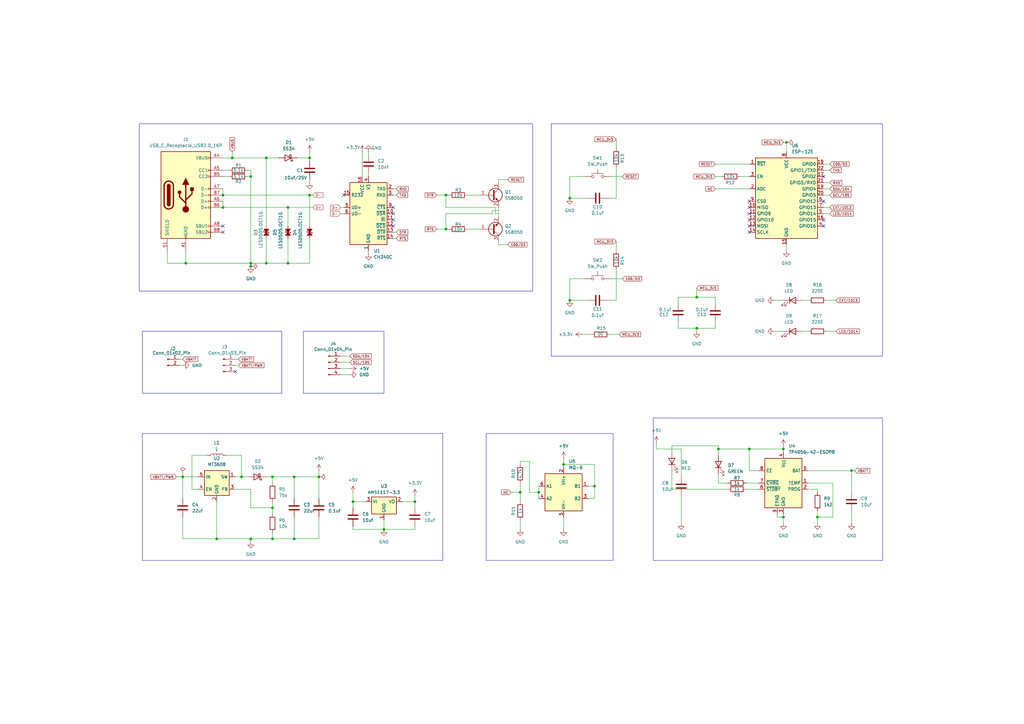
<source format=kicad_sch>
(kicad_sch (version 20250114) (generator "eeschema") (generator_version "9.0")
  (paper "A3")
  (title_block (title "Air Quality Monitering System") (date "2025-03-30") (rev "1"))
  (lib_symbols
    (symbol "Battery_Management:TP4056-42-ESOP8"
      (property "Reference" "U" (at -6.604 11.684 0))
      (property "Value" "TP4056-42-ESOP8" (at 10.16 11.684 0))
      (symbol "TP4056-42-ESOP8_1_0"
        (pin input line (at -10.16 5.08 0) (length 2.54) (name "CE") (number "8"))
        (pin open_collector line (at -10.16 0 0) (length 2.54) (name "~{CHRG}") (number "7"))
        (pin open_collector line (at -10.16 -2.54 0) (length 2.54) (name "~{STDBY}") (number "6"))
        (pin passive line (at -2.54 -12.7 90) (length 2.54) (name "EPAD") (number "9"))
        (pin power_in line (at 0 12.7 270) (length 2.54) (name "V_{CC}") (number "4"))
        (pin power_in line (at 0 -12.7 90) (length 2.54) (name "GND") (number "3"))
        (pin power_out line (at 10.16 5.08 180) (length 2.54) (name "BAT") (number "5"))
        (pin input line (at 10.16 0 180) (length 2.54) (name "TEMP") (number "1"))
        (pin passive line (at 10.16 -2.54 180) (length 2.54) (name "PROG") (number "2"))
      )
    )
    (symbol "Connector:Conn_01x02_Pin" (pin_names (offset 1.016) (hide yes))
      (property "Reference" "J" (at 0 2.54 0))
      (property "Value" "Conn_01x02_Pin" (at 0 -5.08 0))
      (symbol "Conn_01x02_Pin_1_1"
        (pin passive line (at 5.08 0 180) (length 3.81) (name "Pin_1") (number "1"))
        (pin passive line (at 5.08 -2.54 180) (length 3.81) (name "Pin_2") (number "2"))
      )
    )
    (symbol "Connector:Conn_01x03_Pin" (pin_names (offset 1.016) (hide yes))
      (property "Reference" "J" (at 0 5.08 0))
      (property "Value" "Conn_01x03_Pin" (at 0 -5.08 0))
      (symbol "Conn_01x03_Pin_1_1"
        (pin passive line (at 5.08 2.54 180) (length 3.81) (name "Pin_1") (number "1"))
        (pin passive line (at 5.08 0 180) (length 3.81) (name "Pin_2") (number "2"))
        (pin passive line (at 5.08 -2.54 180) (length 3.81) (name "Pin_3") (number "3"))
      )
    )
    (symbol "Connector:Conn_01x04_Pin" (pin_names (offset 1.016) (hide yes))
      (property "Reference" "J" (at 0 5.08 0))
      (property "Value" "Conn_01x04_Pin" (at 0 -7.62 0))
      (symbol "Conn_01x04_Pin_1_1"
        (pin passive line (at 5.08 2.54 180) (length 3.81) (name "Pin_1") (number "1"))
        (pin passive line (at 5.08 0 180) (length 3.81) (name "Pin_2") (number "2"))
        (pin passive line (at 5.08 -2.54 180) (length 3.81) (name "Pin_3") (number "3"))
        (pin passive line (at 5.08 -5.08 180) (length 3.81) (name "Pin_4") (number "4"))
      )
    )
    (symbol "Connector:USB_C_Receptacle_USB2.0_16P" (pin_names (offset 1.016))
      (property "Reference" "J" (at 0 22.225 0))
      (property "Value" "USB_C_Receptacle_USB2.0_16P" (at 0 19.685 0))
      (symbol "USB_C_Receptacle_USB2.0_16P_1_1"
        (pin passive line (at -7.62 -22.86 90) (length 5.08) (name "SHIELD") (number "S1"))
        (pin passive line (at 0 -22.86 90) (length 5.08) (name "GND") (number "A1"))
        (pin passive line (at 0 -22.86 90) (length 5.08) (hide yes) (name "GND") (number "A12"))
        (pin passive line (at 0 -22.86 90) (length 5.08) (hide yes) (name "GND") (number "B1"))
        (pin passive line (at 0 -22.86 90) (length 5.08) (hide yes) (name "GND") (number "B12"))
        (pin passive line (at 15.24 15.24 180) (length 5.08) (name "VBUS") (number "A4"))
        (pin passive line (at 15.24 15.24 180) (length 5.08) (hide yes) (name "VBUS") (number "A9"))
        (pin passive line (at 15.24 15.24 180) (length 5.08) (hide yes) (name "VBUS") (number "B4"))
        (pin passive line (at 15.24 15.24 180) (length 5.08) (hide yes) (name "VBUS") (number "B9"))
        (pin bidirectional line (at 15.24 10.16 180) (length 5.08) (name "CC1") (number "A5"))
        (pin bidirectional line (at 15.24 7.62 180) (length 5.08) (name "CC2") (number "B5"))
        (pin bidirectional line (at 15.24 2.54 180) (length 5.08) (name "D-") (number "A7"))
        (pin bidirectional line (at 15.24 0 180) (length 5.08) (name "D-") (number "B7"))
        (pin bidirectional line (at 15.24 -2.54 180) (length 5.08) (name "D+") (number "A6"))
        (pin bidirectional line (at 15.24 -5.08 180) (length 5.08) (name "D+") (number "B6"))
        (pin bidirectional line (at 15.24 -12.7 180) (length 5.08) (name "SBU1") (number "A8"))
        (pin bidirectional line (at 15.24 -15.24 180) (length 5.08) (name "SBU2") (number "B8"))
      )
    )
    (symbol "Device:C" (pin_numbers (hide yes)) (pin_names (offset 0.254))
      (property "Reference" "C" (at 0.635 2.54 0))
      (property "Value" "C" (at 0.635 -2.54 0))
      (symbol "C_1_1"
        (pin passive line (at 0 3.81 270) (length 2.794) (name "~") (number "1"))
        (pin passive line (at 0 -3.81 90) (length 2.794) (name "~") (number "2"))
      )
    )
    (symbol "Device:D_TVS_Small_Filled" (pin_numbers (hide yes)) (pin_names (offset 1.016) (hide yes))
      (property "Reference" "D" (at 0 2.54 0))
      (property "Value" "D_TVS_Small_Filled" (at 0 -2.54 0))
      (symbol "D_TVS_Small_Filled_1_1"
        (pin passive line (at -2.54 0 0) (length 1.27) (name "A1") (number "1"))
        (pin passive line (at 2.54 0 180) (length 1.27) (name "A2") (number "2"))
      )
    )
    (symbol "Device:L" (pin_numbers (hide yes)) (pin_names (offset 1.016) (hide yes))
      (property "Reference" "L" (at -1.27 0 90))
      (property "Value" "L" (at 1.905 0 90))
      (symbol "L_1_1"
        (pin passive line (at 0 3.81 270) (length 1.27) (name "1") (number "1"))
        (pin passive line (at 0 -3.81 90) (length 1.27) (name "2") (number "2"))
      )
    )
    (symbol "Device:LED" (pin_numbers (hide yes)) (pin_names (offset 1.016) (hide yes))
      (property "Reference" "D" (at 0 2.54 0))
      (property "Value" "LED" (at 0 -2.54 0))
      (symbol "LED_1_1"
        (pin passive line (at -3.81 0 0) (length 2.54) (name "K") (number "1"))
        (pin passive line (at 3.81 0 180) (length 2.54) (name "A") (number "2"))
      )
    )
    (symbol "Device:R" (pin_numbers (hide yes)) (pin_names (offset 0))
      (property "Reference" "R" (at 2.032 0 90))
      (property "Value" "R" (at 0 0 90))
      (symbol "R_1_1"
        (pin passive line (at 0 3.81 270) (length 1.27) (name "~") (number "1"))
        (pin passive line (at 0 -3.81 90) (length 1.27) (name "~") (number "2"))
      )
    )
    (symbol "Diode:SS34" (pin_numbers (hide yes)) (pin_names (offset 1.016) (hide yes))
      (property "Reference" "D" (at 0 2.54 0))
      (property "Value" "SS34" (at 0 -2.54 0))
      (symbol "SS34_1_1"
        (pin passive line (at -3.81 0 0) (length 2.54) (name "K") (number "1"))
        (pin passive line (at 3.81 0 180) (length 2.54) (name "A") (number "2"))
      )
    )
    (symbol "Interface_USB:CH340C"
      (property "Reference" "U" (at -5.08 13.97 0))
      (property "Value" "CH340C" (at 1.27 13.97 0))
      (symbol "CH340C_1_1"
        (pin input line (at -10.16 7.62 0) (length 2.54) (name "R232") (number "15"))
        (pin bidirectional line (at -10.16 2.54 0) (length 2.54) (name "UD+") (number "5"))
        (pin bidirectional line (at -10.16 0 0) (length 2.54) (name "UD-") (number "6"))
        (pin no_connect line (at -7.62 -5.08 0) (length 2.54) (hide yes) (name "NC") (number "7"))
        (pin no_connect line (at -7.62 -7.62 0) (length 2.54) (hide yes) (name "NC") (number "8"))
        (pin power_in line (at -2.54 15.24 270) (length 2.54) (name "VCC") (number "16"))
        (pin power_out line (at 0 15.24 270) (length 2.54) (name "V3") (number "4"))
        (pin power_in line (at 0 -15.24 90) (length 2.54) (name "GND") (number "1"))
        (pin output line (at 10.16 10.16 180) (length 2.54) (name "TXD") (number "2"))
        (pin input line (at 10.16 7.62 180) (length 2.54) (name "RXD") (number "3"))
        (pin input line (at 10.16 2.54 180) (length 2.54) (name "~{CTS}") (number "9"))
        (pin input line (at 10.16 0 180) (length 2.54) (name "~{DSR}") (number "10"))
        (pin input line (at 10.16 -2.54 180) (length 2.54) (name "~{RI}") (number "11"))
        (pin input line (at 10.16 -5.08 180) (length 2.54) (name "~{DCD}") (number "12"))
        (pin output line (at 10.16 -7.62 180) (length 2.54) (name "~{DTR}") (number "13"))
        (pin output line (at 10.16 -10.16 180) (length 2.54) (name "~{RTS}") (number "14"))
      )
    )
    (symbol "RF_Module:ESP-12E"
      (property "Reference" "U" (at -12.7 19.05 0))
      (property "Value" "ESP-12E" (at 12.7 19.05 0))
      (symbol "ESP-12E_1_1"
        (pin input line (at -15.24 15.24 0) (length 2.54) (name "~{RST}") (number "1"))
        (pin input line (at -15.24 10.16 0) (length 2.54) (name "EN") (number "3"))
        (pin input line (at -15.24 5.08 0) (length 2.54) (name "ADC") (number "2"))
        (pin input line (at -15.24 0 0) (length 2.54) (name "CS0") (number "9"))
        (pin bidirectional line (at -15.24 -2.54 0) (length 2.54) (name "MISO") (number "10"))
        (pin bidirectional line (at -15.24 -5.08 0) (length 2.54) (name "GPIO9") (number "11"))
        (pin bidirectional line (at -15.24 -7.62 0) (length 2.54) (name "GPIO10") (number "12"))
        (pin bidirectional line (at -15.24 -10.16 0) (length 2.54) (name "MOSI") (number "13"))
        (pin bidirectional line (at -15.24 -12.7 0) (length 2.54) (name "SCLK") (number "14"))
        (pin power_in line (at 0 20.32 270) (length 2.54) (name "VCC") (number "8"))
        (pin power_in line (at 0 -17.78 90) (length 2.54) (name "GND") (number "15"))
        (pin bidirectional line (at 15.24 15.24 180) (length 2.54) (name "GPIO0") (number "18"))
        (pin bidirectional line (at 15.24 12.7 180) (length 2.54) (name "GPIO1/TXD") (number "22"))
        (pin bidirectional line (at 15.24 10.16 180) (length 2.54) (name "GPIO2") (number "17"))
        (pin bidirectional line (at 15.24 7.62 180) (length 2.54) (name "GPIO3/RXD") (number "21"))
        (pin bidirectional line (at 15.24 5.08 180) (length 2.54) (name "GPIO4") (number "19"))
        (pin bidirectional line (at 15.24 2.54 180) (length 2.54) (name "GPIO5") (number "20"))
        (pin bidirectional line (at 15.24 0 180) (length 2.54) (name "GPIO12") (number "6"))
        (pin bidirectional line (at 15.24 -2.54 180) (length 2.54) (name "GPIO13") (number "7"))
        (pin bidirectional line (at 15.24 -5.08 180) (length 2.54) (name "GPIO14") (number "5"))
        (pin bidirectional line (at 15.24 -7.62 180) (length 2.54) (name "GPIO15") (number "16"))
        (pin bidirectional line (at 15.24 -10.16 180) (length 2.54) (name "GPIO16") (number "4"))
      )
    )
    (symbol "Regulator_Linear:AMS1117-3.3"
      (property "Reference" "U" (at -3.81 3.175 0))
      (property "Value" "AMS1117-3.3" (at 0 3.175 0))
      (symbol "AMS1117-3.3_1_1"
        (pin power_in line (at -7.62 0 0) (length 2.54) (name "VI") (number "3"))
        (pin power_in line (at 0 -7.62 90) (length 2.54) (name "GND") (number "1"))
        (pin power_out line (at 7.62 0 180) (length 2.54) (name "VO") (number "2"))
      )
    )
    (symbol "Regulator_Switching:MT3608"
      (property "Reference" "U" (at -2.54 8.89 0))
      (property "Value" "MT3608" (at -3.81 6.35 0))
      (symbol "MT3608_1_1"
        (pin power_in line (at -7.62 2.54 0) (length 2.54) (name "IN") (number "5"))
        (pin input line (at -7.62 -2.54 0) (length 2.54) (name "EN") (number "4"))
        (pin power_in line (at 0 -7.62 90) (length 2.54) (name "GND") (number "2"))
        (pin no_connect line (at 5.08 0 180) (length 2.54) (hide yes) (name "NC") (number "6"))
        (pin passive line (at 7.62 2.54 180) (length 2.54) (name "SW") (number "1"))
        (pin input line (at 7.62 -2.54 180) (length 2.54) (name "FB") (number "3"))
      )
    )
    (symbol "Sensor_Gas:MQ-6"
      (property "Reference" "U" (at -6.35 8.89 0))
      (property "Value" "MQ-6" (at 3.81 8.89 0))
      (symbol "MQ-6_1_1"
        (pin passive line (at -10.16 2.54 0) (length 2.54) (name "A1") (number "6"))
        (pin passive line (at -10.16 -2.54 0) (length 2.54) (name "A2") (number "4"))
        (pin power_in line (at 0 10.16 270) (length 2.54) (name "VH+") (number "2"))
        (pin power_in line (at 0 -10.16 90) (length 2.54) (name "VH-") (number "5"))
        (pin passive line (at 10.16 2.54 180) (length 2.54) (name "B1") (number "1"))
        (pin passive line (at 10.16 -2.54 180) (length 2.54) (name "B2") (number "3"))
      )
    )
    (symbol "Switch:SW_Push" (pin_numbers (hide yes)) (pin_names (offset 1.016) (hide yes))
      (property "Reference" "SW" (at 1.27 2.54 0))
      (property "Value" "SW_Push" (at 0 -1.524 0))
      (symbol "SW_Push_0_1"
        (pin passive line (at -5.08 0 0) (length 2.54) (name "1") (number "1"))
        (pin passive line (at 5.08 0 180) (length 2.54) (name "2") (number "2"))
      )
    )
    (symbol "Transistor_BJT:SS8050" (pin_names (offset 0) (hide yes))
      (property "Reference" "Q" (at 5.08 1.905 0))
      (property "Value" "SS8050" (at 5.08 0 0))
      (symbol "SS8050_1_1"
        (pin input line (at -5.08 0 0) (length 2.54) (name "B") (number "1"))
        (pin passive line (at 2.54 5.08 270) (length 2.54) (name "C") (number "3"))
        (pin passive line (at 2.54 -5.08 90) (length 2.54) (name "E") (number "2"))
      )
    )
    (symbol "power:+3.3V" (power) (pin_numbers (hide yes)) (pin_names (offset 0) (hide yes))
      (property "Value" "+3.3V" (at 0 3.556 0))
      (symbol "+3.3V_1_1"
        (pin power_in line (at 0 0 90) (length 0) (name "~") (number "1"))
      )
    )
    (symbol "power:+5V" (power) (pin_numbers (hide yes)) (pin_names (offset 0) (hide yes))
      (property "Value" "+5V" (at 0 3.556 0))
      (symbol "+5V_1_1"
        (pin power_in line (at 0 0 90) (length 0) (name "~") (number "1"))
      )
    )
    (symbol "power:GND" (power) (pin_numbers (hide yes)) (pin_names (offset 0) (hide yes))
      (property "Value" "GND" (at 0 -3.81 0))
      (symbol "GND_1_1"
        (pin power_in line (at 0 0 270) (length 0) (name "~") (number "1"))
      )
    )
    (symbol "power:PWR_FLAG" (power) (pin_numbers (hide yes)) (pin_names (offset 0) (hide yes))
      (property "Value" "PWR_FLAG" (at 0 3.81 0))
      (symbol "PWR_FLAG_0_0"
        (pin power_out line (at 0 0 90) (length 0) (name "~") (number "1"))
      )
    )
  )
  (rectangle (start 124.46 135.89) (end 157.48 161.29))
  (rectangle (start 226.06 50.8) (end 361.95 146.05))
  (rectangle (start 58.42 135.89) (end 115.57 161.29))
  (rectangle (start 58.42 177.8) (end 181.61 229.87))
  (rectangle (start 267.97 171.45) (end 361.95 229.87))
  (rectangle (start 199.39 177.8) (end 251.46 229.87))
  (rectangle (start 57.15 50.8) (end 218.44 119.38))
  (rectangle (start 57.15 50.8) (end 57.15 50.8))
  (junction (at 111.76 208.28))
  (junction (at 213.36 201.93))
  (junction (at 102.87 220.98))
  (junction (at 233.68 81.28))
  (junction (at 109.22 64.77))
  (junction (at 76.2 107.95))
  (junction (at 118.11 85.09))
  (junction (at 95.25 64.77))
  (junction (at 144.78 205.74))
  (junction (at 102.87 72.39))
  (junction (at 285.75 134.62))
  (junction (at 321.31 212.09))
  (junction (at 322.58 58.42))
  (junction (at 182.88 93.98))
  (junction (at 127 80.01))
  (junction (at 111.76 220.98))
  (junction (at 294.64 184.15))
  (junction (at 307.34 184.15))
  (junction (at 285.75 121.92))
  (junction (at 170.18 205.74))
  (junction (at 102.87 107.95))
  (junction (at 120.65 195.58))
  (junction (at 231.14 190.5))
  (junction (at 130.81 195.58))
  (junction (at 120.65 220.98))
  (junction (at 111.76 195.58))
  (junction (at 157.48 217.17))
  (junction (at 127 64.77))
  (junction (at 99.06 195.58))
  (junction (at 102.87 109.22))
  (junction (at 220.98 201.93))
  (junction (at 233.68 123.19))
  (junction (at 349.25 193.04))
  (junction (at 91.44 80.01))
  (junction (at 88.9 220.98))
  (junction (at 335.28 212.09))
  (junction (at 182.88 80.01))
  (junction (at 109.22 107.95))
  (junction (at 91.44 85.09))
  (junction (at 74.93 195.58))
  (junction (at 321.31 184.15))
  (junction (at 118.11 107.95))
  (junction (at 243.84 199.39))
  (no_connect (at 161.29 85.09))
  (no_connect (at 337.82 72.39))
  (no_connect (at 307.34 90.17))
  (no_connect (at 337.82 90.17))
  (no_connect (at 161.29 92.71))
  (no_connect (at 307.34 85.09))
  (no_connect (at 140.97 80.01))
  (no_connect (at 337.82 92.71))
  (no_connect (at 96.52 152.4))
  (no_connect (at 161.29 90.17))
  (no_connect (at 307.34 95.25))
  (no_connect (at 307.34 82.55))
  (no_connect (at 307.34 92.71))
  (no_connect (at 307.34 87.63))
  (no_connect (at 161.29 87.63))
  (no_connect (at 91.44 92.71))
  (no_connect (at 91.44 95.25))
  (no_connect (at 337.82 82.55))
  (wire (pts (xy 322.58 58.42) (xy 322.58 62.23)))
  (wire (pts (xy 307.34 184.15) (xy 321.31 184.15)))
  (wire (pts (xy 233.68 72.39) (xy 240.03 72.39)))
  (wire (pts (xy 148.59 62.23) (xy 148.59 72.39)))
  (wire (pts (xy 275.59 200.66) (xy 298.45 200.66)))
  (wire (pts (xy 278.13 134.62) (xy 285.75 134.62)))
  (wire (pts (xy 161.29 77.47) (xy 162.56 77.47)))
  (wire (pts (xy 349.25 193.04) (xy 350.52 193.04)))
  (wire (pts (xy 182.88 80.01) (xy 184.15 80.01)))
  (wire (pts (xy 144.78 205.74) (xy 144.78 208.28)))
  (wire (pts (xy 201.93 86.36) (xy 204.47 86.36)))
  (wire (pts (xy 182.88 87.63) (xy 182.88 93.98)))
  (wire (pts (xy 182.88 87.63) (xy 201.93 87.63)))
  (wire (pts (xy 337.82 69.85) (xy 340.36 69.85)))
  (wire (pts (xy 78.74 186.69) (xy 85.09 186.69)))
  (wire (pts (xy 109.22 107.95) (xy 118.11 107.95)))
  (wire (pts (xy 293.37 77.47) (xy 307.34 77.47)))
  (wire (pts (xy 203.2 87.63) (xy 204.47 87.63)))
  (wire (pts (xy 306.07 198.12) (xy 311.15 198.12)))
  (wire (pts (xy 127 107.95) (xy 127 97.79)))
  (wire (pts (xy 331.47 193.04) (xy 349.25 193.04)))
  (wire (pts (xy 68.58 107.95) (xy 68.58 102.87)))
  (wire (pts (xy 321.31 212.09) (xy 321.31 214.63)))
  (wire (pts (xy 139.7 151.13) (xy 143.51 151.13)))
  (wire (pts (xy 285.75 118.11) (xy 285.75 121.92)))
  (wire (pts (xy 101.6 69.85) (xy 102.87 69.85)))
  (wire (pts (xy 111.76 195.58) (xy 111.76 198.12)))
  (wire (pts (xy 209.55 201.93) (xy 213.36 201.93)))
  (wire (pts (xy 74.93 195.58) (xy 81.28 195.58)))
  (wire (pts (xy 285.75 134.62) (xy 293.37 134.62)))
  (wire (pts (xy 139.7 87.63) (xy 140.97 87.63)))
  (wire (pts (xy 233.68 123.19) (xy 241.3 123.19)))
  (wire (pts (xy 317.5 135.89) (xy 321.31 135.89)))
  (wire (pts (xy 318.77 210.82) (xy 318.77 212.09)))
  (wire (pts (xy 111.76 218.44) (xy 111.76 220.98)))
  (wire (pts (xy 127 80.01) (xy 127 92.71)))
  (wire (pts (xy 321.31 184.15) (xy 321.31 185.42)))
  (wire (pts (xy 81.28 200.66) (xy 78.74 200.66)))
  (wire (pts (xy 204.47 100.33) (xy 208.28 100.33)))
  (wire (pts (xy 204.47 73.66) (xy 204.47 74.93)))
  (wire (pts (xy 99.06 195.58) (xy 101.6 195.58)))
  (wire (pts (xy 335.28 200.66) (xy 335.28 201.93)))
  (wire (pts (xy 170.18 203.2) (xy 170.18 205.74)))
  (wire (pts (xy 102.87 69.85) (xy 102.87 72.39)))
  (wire (pts (xy 294.64 194.31) (xy 294.64 198.12)))
  (wire (pts (xy 339.09 123.19) (xy 342.9 123.19)))
  (wire (pts (xy 182.88 80.01) (xy 182.88 85.09)))
  (wire (pts (xy 328.93 123.19) (xy 331.47 123.19)))
  (wire (pts (xy 269.24 184.15) (xy 279.4 184.15)))
  (wire (pts (xy 293.37 67.31) (xy 307.34 67.31)))
  (wire (pts (xy 97.79 149.86) (xy 96.52 149.86)))
  (wire (pts (xy 151.13 102.87) (xy 151.13 104.14)))
  (wire (pts (xy 341.63 198.12) (xy 341.63 212.09)))
  (wire (pts (xy 220.98 199.39) (xy 220.98 201.93)))
  (wire (pts (xy 331.47 200.66) (xy 335.28 200.66)))
  (wire (pts (xy 321.31 58.42) (xy 322.58 58.42)))
  (wire (pts (xy 179.07 80.01) (xy 182.88 80.01)))
  (wire (pts (xy 102.87 220.98) (xy 111.76 220.98)))
  (wire (pts (xy 111.76 220.98) (xy 120.65 220.98)))
  (wire (pts (xy 151.13 71.12) (xy 151.13 72.39)))
  (wire (pts (xy 102.87 200.66) (xy 96.52 200.66)))
  (wire (pts (xy 220.98 201.93) (xy 220.98 204.47)))
  (wire (pts (xy 349.25 193.04) (xy 349.25 201.93)))
  (wire (pts (xy 127 74.93) (xy 127 73.66)))
  (wire (pts (xy 303.53 72.39) (xy 307.34 72.39)))
  (wire (pts (xy 91.44 69.85) (xy 93.98 69.85)))
  (wire (pts (xy 328.93 135.89) (xy 331.47 135.89)))
  (wire (pts (xy 331.47 198.12) (xy 341.63 198.12)))
  (wire (pts (xy 102.87 220.98) (xy 102.87 222.25)))
  (wire (pts (xy 213.36 189.23) (xy 217.17 189.23)))
  (wire (pts (xy 213.36 198.12) (xy 213.36 201.93)))
  (wire (pts (xy 191.77 93.98) (xy 196.85 93.98)))
  (wire (pts (xy 99.06 186.69) (xy 99.06 195.58)))
  (wire (pts (xy 293.37 134.62) (xy 293.37 132.08)))
  (wire (pts (xy 213.36 201.93) (xy 213.36 205.74)))
  (wire (pts (xy 204.47 100.33) (xy 204.47 99.06)))
  (wire (pts (xy 337.82 74.93) (xy 340.36 74.93)))
  (wire (pts (xy 250.19 72.39) (xy 255.27 72.39)))
  (wire (pts (xy 91.44 77.47) (xy 91.44 80.01)))
  (wire (pts (xy 144.78 217.17) (xy 157.48 217.17)))
  (wire (pts (xy 217.17 189.23) (xy 217.17 201.93)))
  (wire (pts (xy 109.22 195.58) (xy 111.76 195.58)))
  (wire (pts (xy 321.31 184.15) (xy 321.31 182.88)))
  (wire (pts (xy 191.77 80.01) (xy 196.85 80.01)))
  (wire (pts (xy 102.87 107.95) (xy 76.2 107.95)))
  (wire (pts (xy 120.65 220.98) (xy 130.81 220.98)))
  (wire (pts (xy 307.34 193.04) (xy 307.34 184.15)))
  (wire (pts (xy 279.4 184.15) (xy 279.4 195.58)))
  (wire (pts (xy 95.25 64.77) (xy 109.22 64.77)))
  (wire (pts (xy 120.65 195.58) (xy 120.65 204.47)))
  (wire (pts (xy 111.76 205.74) (xy 111.76 208.28)))
  (wire (pts (xy 252.73 123.19) (xy 248.92 123.19)))
  (wire (pts (xy 102.87 208.28) (xy 111.76 208.28)))
  (wire (pts (xy 91.44 82.55) (xy 91.44 85.09)))
  (wire (pts (xy 294.64 184.15) (xy 294.64 186.69)))
  (wire (pts (xy 252.73 110.49) (xy 252.73 123.19)))
  (wire (pts (xy 285.75 134.62) (xy 285.75 135.89)))
  (wire (pts (xy 78.74 200.66) (xy 78.74 186.69)))
  (wire (pts (xy 109.22 64.77) (xy 114.3 64.77)))
  (wire (pts (xy 335.28 212.09) (xy 335.28 214.63)))
  (wire (pts (xy 278.13 124.46) (xy 278.13 121.92)))
  (wire (pts (xy 76.2 102.87) (xy 76.2 107.95)))
  (wire (pts (xy 252.73 68.58) (xy 252.73 81.28)))
  (wire (pts (xy 213.36 190.5) (xy 213.36 189.23)))
  (wire (pts (xy 72.39 195.58) (xy 74.93 195.58)))
  (wire (pts (xy 337.82 80.01) (xy 340.36 80.01)))
  (wire (pts (xy 252.73 81.28) (xy 248.92 81.28)))
  (wire (pts (xy 231.14 190.5) (xy 243.84 190.5)))
  (wire (pts (xy 161.29 80.01) (xy 162.56 80.01)))
  (wire (pts (xy 130.81 212.09) (xy 130.81 220.98)))
  (wire (pts (xy 204.47 85.09) (xy 204.47 86.36)))
  (wire (pts (xy 317.5 123.19) (xy 321.31 123.19)))
  (wire (pts (xy 318.77 212.09) (xy 321.31 212.09)))
  (wire (pts (xy 250.19 114.3) (xy 255.27 114.3)))
  (wire (pts (xy 109.22 107.95) (xy 102.87 107.95)))
  (wire (pts (xy 139.7 146.05) (xy 143.51 146.05)))
  (wire (pts (xy 139.7 153.67) (xy 143.51 153.67)))
  (wire (pts (xy 306.07 200.66) (xy 311.15 200.66)))
  (wire (pts (xy 341.63 212.09) (xy 335.28 212.09)))
  (wire (pts (xy 170.18 205.74) (xy 170.18 208.28)))
  (wire (pts (xy 118.11 97.79) (xy 118.11 107.95)))
  (wire (pts (xy 241.3 199.39) (xy 243.84 199.39)))
  (wire (pts (xy 127 80.01) (xy 128.27 80.01)))
  (wire (pts (xy 130.81 193.04) (xy 130.81 195.58)))
  (wire (pts (xy 144.78 201.93) (xy 144.78 205.74)))
  (wire (pts (xy 217.17 201.93) (xy 220.98 201.93)))
  (wire (pts (xy 231.14 212.09) (xy 231.14 217.17)))
  (wire (pts (xy 118.11 107.95) (xy 127 107.95)))
  (wire (pts (xy 285.75 121.92) (xy 293.37 121.92)))
  (wire (pts (xy 74.93 212.09) (xy 74.93 220.98)))
  (wire (pts (xy 74.93 195.58) (xy 74.93 204.47)))
  (wire (pts (xy 161.29 97.79) (xy 162.56 97.79)))
  (wire (pts (xy 139.7 85.09) (xy 140.97 85.09)))
  (wire (pts (xy 204.47 87.63) (xy 204.47 88.9)))
  (wire (pts (xy 91.44 85.09) (xy 118.11 85.09)))
  (wire (pts (xy 238.76 137.16) (xy 242.57 137.16)))
  (wire (pts (xy 233.68 81.28) (xy 241.3 81.28)))
  (wire (pts (xy 339.09 135.89) (xy 342.9 135.89)))
  (wire (pts (xy 203.2 85.09) (xy 203.2 87.63)))
  (wire (pts (xy 233.68 81.28) (xy 233.68 72.39)))
  (wire (pts (xy 127 62.23) (xy 127 64.77)))
  (wire (pts (xy 120.65 195.58) (xy 130.81 195.58)))
  (wire (pts (xy 269.24 181.61) (xy 269.24 184.15)))
  (wire (pts (xy 204.47 73.66) (xy 208.28 73.66)))
  (wire (pts (xy 88.9 205.74) (xy 88.9 220.98)))
  (wire (pts (xy 91.44 80.01) (xy 127 80.01)))
  (wire (pts (xy 121.92 64.77) (xy 127 64.77)))
  (wire (pts (xy 201.93 87.63) (xy 201.93 86.36)))
  (wire (pts (xy 74.93 220.98) (xy 88.9 220.98)))
  (wire (pts (xy 74.93 149.86) (xy 73.66 149.86)))
  (wire (pts (xy 111.76 195.58) (xy 120.65 195.58)))
  (wire (pts (xy 102.87 200.66) (xy 102.87 208.28)))
  (wire (pts (xy 349.25 209.55) (xy 349.25 214.63)))
  (wire (pts (xy 243.84 199.39) (xy 243.84 204.47)))
  (wire (pts (xy 118.11 85.09) (xy 128.27 85.09)))
  (wire (pts (xy 165.1 205.74) (xy 170.18 205.74)))
  (wire (pts (xy 337.82 77.47) (xy 340.36 77.47)))
  (wire (pts (xy 99.06 195.58) (xy 96.52 195.58)))
  (wire (pts (xy 293.37 121.92) (xy 293.37 124.46)))
  (wire (pts (xy 337.82 85.09) (xy 340.36 85.09)))
  (wire (pts (xy 139.7 148.59) (xy 143.51 148.59)))
  (wire (pts (xy 127 64.77) (xy 127 66.04)))
  (wire (pts (xy 322.58 100.33) (xy 322.58 102.87)))
  (wire (pts (xy 337.82 87.63) (xy 340.36 87.63)))
  (wire (pts (xy 144.78 205.74) (xy 149.86 205.74)))
  (wire (pts (xy 321.31 210.82) (xy 321.31 212.09)))
  (wire (pts (xy 111.76 208.28) (xy 111.76 210.82)))
  (wire (pts (xy 252.73 57.15) (xy 252.73 60.96)))
  (wire (pts (xy 109.22 97.79) (xy 109.22 107.95)))
  (wire (pts (xy 76.2 107.95) (xy 68.58 107.95)))
  (wire (pts (xy 279.4 203.2) (xy 279.4 214.63)))
  (wire (pts (xy 337.82 67.31) (xy 340.36 67.31)))
  (wire (pts (xy 109.22 64.77) (xy 109.22 92.71)))
  (wire (pts (xy 73.66 147.32) (xy 74.93 147.32)))
  (wire (pts (xy 92.71 186.69) (xy 99.06 186.69)))
  (wire (pts (xy 151.13 62.23) (xy 151.13 63.5)))
  (wire (pts (xy 88.9 220.98) (xy 102.87 220.98)))
  (wire (pts (xy 91.44 72.39) (xy 93.98 72.39)))
  (wire (pts (xy 144.78 215.9) (xy 144.78 217.17)))
  (wire (pts (xy 120.65 212.09) (xy 120.65 220.98)))
  (wire (pts (xy 231.14 187.96) (xy 231.14 190.5)))
  (wire (pts (xy 102.87 109.22) (xy 102.87 107.95)))
  (wire (pts (xy 252.73 99.06) (xy 252.73 102.87)))
  (wire (pts (xy 275.59 182.88) (xy 294.64 182.88)))
  (wire (pts (xy 233.68 123.19) (xy 233.68 114.3)))
  (wire (pts (xy 130.81 195.58) (xy 130.81 204.47)))
  (wire (pts (xy 97.79 147.32) (xy 96.52 147.32)))
  (wire (pts (xy 294.64 182.88) (xy 294.64 184.15)))
  (wire (pts (xy 335.28 209.55) (xy 335.28 212.09)))
  (wire (pts (xy 101.6 72.39) (xy 102.87 72.39)))
  (wire (pts (xy 91.44 64.77) (xy 95.25 64.77)))
  (wire (pts (xy 170.18 215.9) (xy 170.18 217.17)))
  (wire (pts (xy 233.68 114.3) (xy 240.03 114.3)))
  (wire (pts (xy 157.48 217.17) (xy 170.18 217.17)))
  (wire (pts (xy 182.88 85.09) (xy 203.2 85.09)))
  (wire (pts (xy 74.93 194.31) (xy 74.93 195.58)))
  (wire (pts (xy 95.25 62.23) (xy 95.25 64.77)))
  (wire (pts (xy 278.13 121.92) (xy 285.75 121.92)))
  (wire (pts (xy 250.19 137.16) (xy 254 137.16)))
  (wire (pts (xy 213.36 213.36) (xy 213.36 217.17)))
  (wire (pts (xy 293.37 72.39) (xy 295.91 72.39)))
  (wire (pts (xy 294.64 198.12) (xy 298.45 198.12)))
  (wire (pts (xy 161.29 95.25) (xy 162.56 95.25)))
  (wire (pts (xy 157.48 213.36) (xy 157.48 217.17)))
  (wire (pts (xy 275.59 185.42) (xy 275.59 182.88)))
  (wire (pts (xy 275.59 193.04) (xy 275.59 200.66)))
  (wire (pts (xy 243.84 190.5) (xy 243.84 199.39)))
  (wire (pts (xy 311.15 193.04) (xy 307.34 193.04)))
  (wire (pts (xy 102.87 72.39) (xy 102.87 107.95)))
  (wire (pts (xy 278.13 132.08) (xy 278.13 134.62)))
  (wire (pts (xy 182.88 93.98) (xy 184.15 93.98)))
  (wire (pts (xy 294.64 184.15) (xy 307.34 184.15)))
  (wire (pts (xy 118.11 85.09) (xy 118.11 92.71)))
  (wire (pts (xy 231.14 190.5) (xy 231.14 191.77)))
  (wire (pts (xy 243.84 204.47) (xy 241.3 204.47)))
  (wire (pts (xy 179.07 93.98) (xy 182.88 93.98)))
  (global_label "RXD" (shape input) (at 340.36 74.93 0) (effects (font (size 1.016 1.016))) (property "Intersheetrefs" "${INTERSHEET_REFS}" (effects (hide yes))))
  (global_label "DTR" (shape input) (at 162.56 95.25 0) (effects (font (size 1.016 1.016))) (property "Intersheetrefs" "${INTERSHEET_REFS}" (effects (hide yes))))
  (global_label "SCL{slash}105" (shape input) (at 340.36 80.01 0) (effects (font (size 1.016 1.016))) (property "Intersheetrefs" "${INTERSHEET_REFS}" (effects (hide yes))))
  (global_label "100{slash}D3" (shape input) (at 340.36 67.31 0) (effects (font (size 1.016 1.016))) (property "Intersheetrefs" "${INTERSHEET_REFS}" (effects (hide yes))))
  (global_label "TXD" (shape input) (at 162.56 80.01 0) (effects (font (size 1.016 1.016))) (property "Intersheetrefs" "${INTERSHEET_REFS}" (effects (hide yes))))
  (global_label "SDA{slash}104" (shape input) (at 143.51 146.05 0) (effects (font (size 1.016 1.016))) (property "Intersheetrefs" "${INTERSHEET_REFS}" (effects (hide yes))))
  (global_label "100{slash}D3" (shape input) (at 208.28 100.33 0) (effects (font (size 1.016 1.016))) (property "Intersheetrefs" "${INTERSHEET_REFS}" (effects (hide yes))))
  (global_label "VBATT{slash}PWR" (shape input) (at 97.79 149.86 0) (effects (font (size 1.016 1.016))) (property "Intersheetrefs" "${INTERSHEET_REFS}" (effects (hide yes))))
  (global_label "SCL{slash}105" (shape input) (at 143.51 148.59 0) (effects (font (size 1.016 1.016))) (property "Intersheetrefs" "${INTERSHEET_REFS}" (effects (hide yes))))
  (global_label "MCU_3V3" (shape input) (at 321.31 58.42 180) (effects (font (size 1.016 1.016))) (property "Intersheetrefs" "${INTERSHEET_REFS}" (effects (hide yes))))
  (global_label "AO" (shape input) (at 209.55 201.93 180) (effects (font (size 1.016 1.016))) (property "Intersheetrefs" "${INTERSHEET_REFS}" (effects (hide yes))))
  (global_label "SDA{slash}104" (shape input) (at 340.36 77.47 0) (effects (font (size 1.016 1.016))) (property "Intersheetrefs" "${INTERSHEET_REFS}" (effects (hide yes))))
  (global_label "MCU_3V3" (shape input) (at 285.75 118.11 0) (effects (font (size 1.016 1.016))) (property "Intersheetrefs" "${INTERSHEET_REFS}" (effects (hide yes))))
  (global_label "D+" (shape input) (at 128.27 85.09 0) (effects (font (size 1.016 1.016) (thickness 0.127))) (property "Intersheetrefs" "${INTERSHEET_REFS}" (effects (hide yes))))
  (global_label "RESET" (shape input) (at 208.28 73.66 0) (effects (font (size 1.016 1.016))) (property "Intersheetrefs" "${INTERSHEET_REFS}" (effects (hide yes))))
  (global_label "LED{slash}1014" (shape input) (at 340.36 87.63 0) (effects (font (size 1.016 1.016))) (property "Intersheetrefs" "${INTERSHEET_REFS}" (effects (hide yes))))
  (global_label "VBATT" (shape input) (at 97.79 147.32 0) (effects (font (size 1.016 1.016))) (property "Intersheetrefs" "${INTERSHEET_REFS}" (effects (hide yes))))
  (global_label "VBATT" (shape input) (at 350.52 193.04 0) (effects (font (size 1.016 1.016))) (property "Intersheetrefs" "${INTERSHEET_REFS}" (effects (hide yes))))
  (global_label "DTR" (shape input) (at 179.07 80.01 180) (effects (font (size 1.016 1.016))) (property "Intersheetrefs" "${INTERSHEET_REFS}" (effects (hide yes))))
  (global_label "MCU_3V3" (shape input) (at 252.73 57.15 180) (effects (font (size 1.016 1.016))) (property "Intersheetrefs" "${INTERSHEET_REFS}" (effects (hide yes))))
  (global_label "RESET" (shape input) (at 293.37 67.31 180) (effects (font (size 1.016 1.016))) (property "Intersheetrefs" "${INTERSHEET_REFS}" (effects (hide yes))))
  (global_label "AO" (shape input) (at 293.37 77.47 180) (effects (font (size 1.016 1.016))) (property "Intersheetrefs" "${INTERSHEET_REFS}" (effects (hide yes))))
  (global_label "RESET" (shape input) (at 255.27 72.39 0) (effects (font (size 1.016 1.016))) (property "Intersheetrefs" "${INTERSHEET_REFS}" (effects (hide yes))))
  (global_label "VBATT{slash}PWR" (shape input) (at 72.39 195.58 180) (effects (font (size 1.016 1.016))) (property "Intersheetrefs" "${INTERSHEET_REFS}" (effects (hide yes))))
  (global_label "MCU_3V3" (shape input) (at 293.37 72.39 180) (effects (font (size 1.016 1.016))) (property "Intersheetrefs" "${INTERSHEET_REFS}" (effects (hide yes))))
  (global_label "VBUS" (shape input) (at 95.25 62.23 90) (effects (font (size 1.016 1.016))) (property "Intersheetrefs" "${INTERSHEET_REFS}" (effects (hide yes))))
  (global_label "RXD" (shape input) (at 162.56 77.47 0) (effects (font (size 1.016 1.016))) (property "Intersheetrefs" "${INTERSHEET_REFS}" (effects (hide yes))))
  (global_label "D-" (shape input) (at 139.7 87.63 180) (effects (font (size 1.016 1.016) (thickness 0.127))) (property "Intersheetrefs" "${INTERSHEET_REFS}" (effects (hide yes))))
  (global_label "LED{slash}1014" (shape input) (at 342.9 135.89 0) (effects (font (size 1.016 1.016))) (property "Intersheetrefs" "${INTERSHEET_REFS}" (effects (hide yes))))
  (global_label "D-" (shape input) (at 128.27 80.01 0) (effects (font (size 1.016 1.016) (thickness 0.127))) (property "Intersheetrefs" "${INTERSHEET_REFS}" (effects (hide yes))))
  (global_label "D+" (shape input) (at 139.7 85.09 180) (effects (font (size 1.016 1.016) (thickness 0.127))) (property "Intersheetrefs" "${INTERSHEET_REFS}" (effects (hide yes))))
  (global_label "MCU_3V3" (shape input) (at 254 137.16 0) (effects (font (size 1.016 1.016))) (property "Intersheetrefs" "${INTERSHEET_REFS}" (effects (hide yes))))
  (global_label "TXD" (shape input) (at 340.36 69.85 0) (effects (font (size 1.016 1.016))) (property "Intersheetrefs" "${INTERSHEET_REFS}" (effects (hide yes))))
  (global_label "EXT{slash}1013" (shape input) (at 342.9 123.19 0) (effects (font (size 1.016 1.016))) (property "Intersheetrefs" "${INTERSHEET_REFS}" (effects (hide yes))))
  (global_label "EXT{slash}1013" (shape input) (at 340.36 85.09 0) (effects (font (size 1.016 1.016))) (property "Intersheetrefs" "${INTERSHEET_REFS}" (effects (hide yes))))
  (global_label "VBATT" (shape input) (at 74.93 147.32 0) (effects (font (size 1.016 1.016))) (property "Intersheetrefs" "${INTERSHEET_REFS}" (effects (hide yes))))
  (global_label "RTS" (shape input) (at 179.07 93.98 180) (effects (font (size 1.016 1.016))) (property "Intersheetrefs" "${INTERSHEET_REFS}" (effects (hide yes))))
  (global_label "MCU_3V3" (shape input) (at 252.73 99.06 180) (effects (font (size 1.016 1.016))) (property "Intersheetrefs" "${INTERSHEET_REFS}" (effects (hide yes))))
  (global_label "RTS" (shape input) (at 162.56 97.79 0) (effects (font (size 1.016 1.016))) (property "Intersheetrefs" "${INTERSHEET_REFS}" (effects (hide yes))))
  (global_label "100{slash}D3" (shape input) (at 255.27 114.3 0) (effects (font (size 1.016 1.016))) (property "Intersheetrefs" "${INTERSHEET_REFS}" (effects (hide yes))))
  (symbol (lib_id "Device:R") (at 335.28 123.19 90) (unit 1)
    (property "Reference" "R16" (at 335.28 116.84 90))
    (property "Value" "220E" (at 335.28 119.38 90))
    (property "Description" "Resistor" (effects (hide yes)))
  )
  (symbol (lib_id "Device:C") (at 74.93 208.28 0) (unit 1)
    (property "Reference" "C4" (at 78.74 207.0099 0) (effects (justify left)))
    (property "Value" "22uf" (at 78.74 209.5499 0) (effects (justify left)))
    (property "Description" "Unpolarized capacitor" (effects (hide yes)))
  )
  (symbol (lib_id "Diode:SS34") (at 118.11 64.77 180) (unit 1)
    (property "Reference" "D1" (at 118.4275 58.42 0))
    (property "Value" "SS34" (at 118.4275 60.96 0))
    (property "Footprint" "Diode_SMD:D_SMA" (effects (hide yes)))
    (property "Datasheet" "https://www.vishay.com/docs/88751/ss32.pdf" (effects (hide yes)))
    (property "Description" "40V 3A Schottky Diode, SMA" (effects (hide yes)))
  )
  (symbol (lib_id "Device:R") (at 302.26 198.12 90) (unit 1)
    (property "Reference" "R7" (at 302.26 196.088 90))
    (property "Value" "1k" (at 302.26 198.12 90))
    (property "Description" "Resistor" (effects (hide yes)))
  )
  (symbol (lib_id "power:GND") (at 322.58 102.87 0) (unit 1)
    (property "Reference" "#PWR023" (effects (hide yes)))
    (property "Value" "GND" (at 322.58 107.95 0))
    (property "Description" "Power symbol creates a global label with name \"GND\" , ground" (effects (hide yes)))
  )
  (symbol (lib_id "Device:LED") (at 275.59 189.23 90) (unit 1)
    (property "Reference" "D6" (at 279.4 189.5474 90) (effects (justify right)))
    (property "Value" "RED" (at 279.4 192.0874 90) (effects (justify right)))
    (property "Description" "Light emitting diode" (effects (hide yes)))
    (property "Sim.Pins" "1=K 2=A" (effects (hide yes)))
  )
  (symbol (lib_id "RF_Module:ESP-12E") (at 322.58 82.55 0) (unit 1)
    (property "Reference" "U6" (at 324.7233 59.69 0) (effects (justify left)))
    (property "Value" "ESP-12E" (at 324.7233 62.23 0) (effects (justify left)))
    (property "Footprint" "RF_Module:ESP-12E" (effects (hide yes)))
    (property "Datasheet" "http://wiki.ai-thinker.com/_media/esp8266/esp8266_series_modules_user_manual_v1.1.pdf" (effects (hide yes)))
    (property "Description" "802.11 b/g/n Wi-Fi Module" (effects (hide yes)))
  )
  (symbol (lib_id "Device:C") (at 170.18 212.09 0) (unit 1)
    (property "Reference" "C7" (at 173.99 210.8199 0) (effects (justify left)))
    (property "Value" "10uf" (at 173.99 213.3599 0) (effects (justify left)))
    (property "Description" "Unpolarized capacitor" (effects (hide yes)))
  )
  (symbol (lib_id "Switch:SW_Push") (at 245.11 72.39 0) (unit 1)
    (property "Reference" "SW1" (at 245.11 64.77 0))
    (property "Value" "SW_Push" (at 245.11 67.31 0))
    (property "Description" "Push button switch, generic, two pins" (effects (hide yes)))
  )
  (symbol (lib_id "Interface_USB:CH340C") (at 151.13 87.63 0) (unit 1)
    (property "Reference" "U1" (at 153.2733 102.87 0) (effects (justify left)))
    (property "Value" "CH340C" (at 153.2733 105.41 0) (effects (justify left)))
    (property "Footprint" "Package_SO:SOIC-16_3.9x9.9mm_P1.27mm" (effects (hide yes)))
    (property "Datasheet" "https://datasheet.lcsc.com/szlcsc/Jiangsu-Qin-Heng-CH340C_C84681.pdf" (effects (hide yes)))
    (property "Description" "USB serial converter, crystal-less, UART, SOIC-16" (effects (hide yes)))
  )
  (symbol (lib_id "Device:C") (at 278.13 128.27 180) (unit 1)
    (property "Reference" "C12" (at 272.288 129.032 0))
    (property "Value" "0.1uf" (at 272.796 127 0))
    (property "Description" "Unpolarized capacitor" (effects (hide yes)))
  )
  (symbol (lib_id "power:GND") (at 102.87 222.25 0) (unit 1)
    (property "Reference" "#PWR08" (effects (hide yes)))
    (property "Value" "GND" (at 102.87 227.33 0))
    (property "Description" "Power symbol creates a global label with name \"GND\" , ground" (effects (hide yes)))
  )
  (symbol (lib_id "Device:L") (at 88.9 186.69 90) (unit 1)
    (property "Reference" "L1" (at 88.9 181.61 90))
    (property "Value" "L" (at 88.9 184.15 90))
    (property "Description" "Inductor" (effects (hide yes)))
  )
  (symbol (lib_id "power:GND") (at 151.13 62.23 180) (unit 1)
    (property "Reference" "#PWR04" (effects (hide yes)))
    (property "Value" "GND" (at 154.432 60.706 0))
    (property "Description" "Power symbol creates a global label with name \"GND\" , ground" (effects (hide yes)))
  )
  (symbol (lib_id "Device:C") (at 151.13 67.31 0) (unit 1)
    (property "Reference" "C2" (at 154.94 66.0399 0) (effects (justify left)))
    (property "Value" "10nf" (at 154.94 68.5799 0) (effects (justify left)))
    (property "Description" "Unpolarized capacitor" (effects (hide yes)))
  )
  (symbol (lib_id "power:+5V") (at 143.51 151.13 270) (unit 1)
    (property "Reference" "#PWR012" (effects (hide yes)))
    (property "Value" "+5V" (at 147.32 151.1299 90) (effects (justify left)))
    (property "Description" "Power symbol creates a global label with name \"+5V\"" (effects (hide yes)))
  )
  (symbol (lib_id "Device:C") (at 293.37 128.27 0) (unit 1)
    (property "Reference" "C13" (at 287.782 129.032 0))
    (property "Value" "0.1uf" (at 287.782 127 0))
    (property "Description" "Unpolarized capacitor" (effects (hide yes)))
  )
  (symbol (lib_id "Connector:USB_C_Receptacle_USB2.0_16P") (at 76.2 80.01 0) (unit 1)
    (property "Reference" "J1" (at 76.2 57.15 0))
    (property "Value" "USB_C_Receptacle_USB2.0_16P" (at 76.2 59.69 0))
    (property "Datasheet" "https://www.usb.org/sites/default/files/documents/usb_type-c.zip" (effects (hide yes)))
    (property "Description" "USB 2.0-only 16P Type-C Receptacle connector" (effects (hide yes)))
  )
  (symbol (lib_id "power:+5V") (at 231.14 187.96 0) (unit 1)
    (property "Reference" "#PWR020" (effects (hide yes)))
    (property "Value" "+5V" (at 231.14 182.88 0))
    (property "Description" "Power symbol creates a global label with name \"+5V\"" (effects (hide yes)))
  )
  (symbol (lib_id "power:GND") (at 349.25 214.63 0) (unit 1)
    (property "Reference" "#PWR019" (effects (hide yes)))
    (property "Value" "GND" (at 349.25 219.71 0))
    (property "Description" "Power symbol creates a global label with name \"GND\" , ground" (effects (hide yes)))
  )
  (symbol (lib_id "Switch:SW_Push") (at 245.11 114.3 0) (unit 1)
    (property "Reference" "SW2" (at 245.11 106.68 0))
    (property "Value" "SW_Push" (at 245.11 109.22 0))
    (property "Description" "Push button switch, generic, two pins" (effects (hide yes)))
  )
  (symbol (lib_id "Regulator_Switching:MT3608") (at 88.9 198.12 0) (unit 1)
    (property "Reference" "U2" (at 88.9 187.96 0))
    (property "Value" "MT3608" (at 88.9 190.5 0))
    (property "Footprint" "Package_TO_SOT_SMD:SOT-23-6" (effects (hide yes)))
    (property "Datasheet" "https://www.olimex.com/Products/Breadboarding/BB-PWR-3608/resources/MT3608.pdf" (effects (hide yes)))
    (property "Description" "High Efficiency 1.2MHz 2A Step Up Converter, 2-24V Vin, 28V Vout, 4A current limit, 1.2MHz, SOT23-6" (effects (hide yes)))
  )
  (symbol (lib_id "power:GND") (at 213.36 217.17 0) (unit 1)
    (property "Reference" "#PWR021" (effects (hide yes)))
    (property "Value" "GND" (at 213.36 222.25 0))
    (property "Description" "Power symbol creates a global label with name \"GND\" , ground" (effects (hide yes)))
  )
  (symbol (lib_id "power:GND") (at 321.31 214.63 0) (unit 1)
    (property "Reference" "#PWR016" (effects (hide yes)))
    (property "Value" "GND" (at 321.31 219.71 0))
    (property "Description" "Power symbol creates a global label with name \"GND\" , ground" (effects (hide yes)))
  )
  (symbol (lib_id "power:PWR_FLAG") (at 130.81 195.58 270) (unit 1)
    (property "Reference" "#FLG03" (effects (hide yes)))
    (property "Value" "PWR_FLAG" (effects (hide yes)))
    (property "Description" "Special symbol for telling ERC where power comes from" (effects (hide yes)))
  )
  (symbol (lib_id "Device:LED") (at 294.64 190.5 90) (unit 1)
    (property "Reference" "D7" (at 298.45 190.8174 90) (effects (justify right)))
    (property "Value" "GREEN" (at 298.45 193.3574 90) (effects (justify right)))
    (property "Description" "Light emitting diode" (effects (hide yes)))
    (property "Sim.Pins" "1=K 2=A" (effects (hide yes)))
  )
  (symbol (lib_id "Device:R") (at 97.79 69.85 90) (unit 1)
    (property "Reference" "R1" (at 97.79 67.818 90))
    (property "Value" "5.1k" (at 97.79 69.85 90))
    (property "Description" "Resistor" (effects (hide yes)))
  )
  (symbol (lib_id "power:GND") (at 102.87 109.22 0) (unit 1)
    (property "Reference" "#PWR01" (effects (hide yes)))
    (property "Value" "GND" (at 102.87 114.3 0))
    (property "Description" "Power symbol creates a global label with name \"GND\" , ground" (effects (hide yes)))
  )
  (symbol (lib_id "Device:R") (at 252.73 106.68 180) (unit 1)
    (property "Reference" "R14" (at 255.27 106.934 90))
    (property "Value" "10k" (at 252.73 106.68 90))
    (property "Description" "Resistor" (effects (hide yes)))
  )
  (symbol (lib_id "Connector:Conn_01x03_Pin") (at 91.44 149.86 0) (unit 1)
    (property "Reference" "J3" (at 92.075 142.24 0))
    (property "Value" "Conn_01x03_Pin" (at 93.218 144.78 0))
    (property "Description" "Generic connector, single row, 01x03, script generated" (effects (hide yes)))
  )
  (symbol (lib_id "Device:C") (at 245.11 123.19 90) (unit 1)
    (property "Reference" "C11" (at 245.11 126.746 90))
    (property "Value" "0.1uf" (at 245.11 129.286 90))
    (property "Description" "Unpolarized capacitor" (effects (hide yes)))
  )
  (symbol (lib_id "power:GND") (at 285.75 135.89 0) (unit 1)
    (property "Reference" "#PWR027" (effects (hide yes)))
    (property "Value" "GND" (at 285.75 140.97 0))
    (property "Description" "Power symbol creates a global label with name \"GND\" , ground" (effects (hide yes)))
  )
  (symbol (lib_id "Device:C") (at 127 69.85 0) (unit 1)
    (property "Reference" "C1" (at 121.666 69.85 0) (effects (justify left)))
    (property "Value" "10uf/25V" (at 116.586 72.898 0) (effects (justify left)))
    (property "Description" "Unpolarized capacitor" (effects (hide yes)))
  )
  (symbol (lib_id "power:GND") (at 317.5 123.19 270) (unit 1)
    (property "Reference" "#PWR029" (effects (hide yes)))
    (property "Value" "GND" (at 313.69 123.1899 90) (effects (justify right)))
    (property "Description" "Power symbol creates a global label with name \"GND\" , ground" (effects (hide yes)))
  )
  (symbol (lib_id "Device:R") (at 97.79 72.39 90) (unit 1)
    (property "Reference" "R2" (at 97.79 74.422 90))
    (property "Value" "5.1k" (at 97.79 72.39 90))
    (property "Description" "Resistor" (effects (hide yes)))
  )
  (symbol (lib_id "Device:R") (at 111.76 214.63 0) (unit 1)
    (property "Reference" "R6" (at 114.3 213.3599 0) (effects (justify left)))
    (property "Value" "10k" (at 114.3 215.8999 0) (effects (justify left)))
    (property "Description" "Resistor" (effects (hide yes)))
  )
  (symbol (lib_id "power:+5V") (at 130.81 193.04 0) (unit 1)
    (property "Reference" "#PWR06" (effects (hide yes)))
    (property "Value" "+5V" (at 130.81 187.96 0))
    (property "Description" "Power symbol creates a global label with name \"+5V\"" (effects (hide yes)))
  )
  (symbol (lib_id "power:GND") (at 157.48 217.17 0) (unit 1)
    (property "Reference" "#PWR09" (effects (hide yes)))
    (property "Value" "GND" (at 157.48 222.25 0))
    (property "Description" "Power symbol creates a global label with name \"GND\" , ground" (effects (hide yes)))
  )
  (symbol (lib_id "Battery_Management:TP4056-42-ESOP8") (at 321.31 198.12 0) (unit 1)
    (property "Reference" "U4" (at 323.4533 182.88 0) (effects (justify left)))
    (property "Value" "TP4056-42-ESOP8" (at 323.4533 185.42 0) (effects (justify left)))
    (property "Footprint" "Package_SO:SOIC-8-1EP_3.9x4.9mm_P1.27mm_EP2.41x3.3mm_ThermalVias" (effects (hide yes)))
    (property "Datasheet" "https://www.lcsc.com/datasheet/lcsc_datasheet_2410121619_TOPPOWER-Nanjing-Extension-Microelectronics-TP4056-42-ESOP8_C16581.pdf" (effects (hide yes)))
    (property "Description" "1A Standalone Linear Li-ion/LiPo single-cell battery charger, 4.2V ±1% charge voltage, VCC = 4.0..8.0V, SOIC-8 (SOP-8)" (effects (hide yes)))
  )
  (symbol (lib_id "Device:C") (at 245.11 81.28 90) (unit 1)
    (property "Reference" "C10" (at 245.11 84.836 90))
    (property "Value" "0.1uf" (at 245.11 87.376 90))
    (property "Description" "Unpolarized capacitor" (effects (hide yes)))
  )
  (symbol (lib_id "Device:D_TVS_Small_Filled") (at 109.22 95.25 90) (unit 1)
    (property "Reference" "D3" (at 104.902 93.98 0) (effects (justify right)))
    (property "Value" "LESD5D5.OCT1G" (at 106.934 86.614 0) (effects (justify right)))
    (property "Description" "Bidirectional transient-voltage-suppression diode, small symbol, filled shape" (effects (hide yes)))
  )
  (symbol (lib_id "power:GND") (at 231.14 217.17 0) (unit 1)
    (property "Reference" "#PWR022" (effects (hide yes)))
    (property "Value" "GND" (at 231.14 222.25 0))
    (property "Description" "Power symbol creates a global label with name \"GND\" , ground" (effects (hide yes)))
  )
  (symbol (lib_id "Device:LED") (at 325.12 123.19 0) (unit 1)
    (property "Reference" "D8" (at 323.5325 116.84 0))
    (property "Value" "LED" (at 323.5325 119.38 0))
    (property "Description" "Light emitting diode" (effects (hide yes)))
    (property "Sim.Pins" "1=K 2=A" (effects (hide yes)))
  )
  (symbol (lib_id "power:PWR_FLAG") (at 74.93 194.31 0) (unit 1)
    (property "Reference" "#FLG02" (effects (hide yes)))
    (property "Value" "PWR_FLAG" (effects (hide yes)))
    (property "Description" "Special symbol for telling ERC where power comes from" (effects (hide yes)))
  )
  (symbol (lib_id "power:+5V") (at 144.78 201.93 0) (unit 1)
    (property "Reference" "#PWR07" (effects (hide yes)))
    (property "Value" "+5V" (at 144.78 196.85 0))
    (property "Description" "Power symbol creates a global label with name \"+5V\"" (effects (hide yes)))
  )
  (symbol (lib_id "Regulator_Linear:AMS1117-3.3") (at 157.48 205.74 0) (unit 1)
    (property "Reference" "U3" (at 157.48 199.39 0))
    (property "Value" "AMS1117-3.3" (at 157.48 201.93 0))
    (property "Footprint" "Package_TO_SOT_SMD:SOT-223-3_TabPin2" (effects (hide yes)))
    (property "Datasheet" "http://www.advanced-monolithic.com/pdf/ds1117.pdf" (effects (hide yes)))
    (property "Description" "1A Low Dropout regulator, positive, 3.3V fixed output, SOT-223" (effects (hide yes)))
  )
  (symbol (lib_id "Device:R") (at 213.36 209.55 180) (unit 1)
    (property "Reference" "R11" (at 210.566 209.55 90))
    (property "Value" "1k" (at 213.36 209.55 90))
    (property "Description" "Resistor" (effects (hide yes)))
  )
  (symbol (lib_id "power:+3.3V") (at 238.76 137.16 90) (unit 1)
    (property "Reference" "#PWR026" (effects (hide yes)))
    (property "Value" "+3.3V" (at 234.95 137.1599 90) (effects (justify left)))
    (property "Description" "Power symbol creates a global label with name \"+3.3V\"" (effects (hide yes)))
  )
  (symbol (lib_id "Device:R") (at 187.96 93.98 90) (unit 1)
    (property "Reference" "R4" (at 187.96 91.948 90))
    (property "Value" "10k" (at 187.96 93.98 90))
    (property "Description" "Resistor" (effects (hide yes)))
  )
  (symbol (lib_id "power:GND") (at 279.4 214.63 0) (unit 1)
    (property "Reference" "#PWR017" (effects (hide yes)))
    (property "Value" "GND" (at 279.4 219.71 0))
    (property "Description" "Power symbol creates a global label with name \"GND\" , ground" (effects (hide yes)))
  )
  (symbol (lib_id "Device:C") (at 130.81 208.28 0) (unit 1)
    (property "Reference" "C5" (at 134.62 207.0099 0) (effects (justify left)))
    (property "Value" "0.1uf" (at 134.62 209.5499 0) (effects (justify left)))
    (property "Description" "Unpolarized capacitor" (effects (hide yes)))
  )
  (symbol (lib_id "power:GND") (at 143.51 153.67 90) (unit 1)
    (property "Reference" "#PWR013" (effects (hide yes)))
    (property "Value" "GND" (at 147.32 153.6699 90) (effects (justify right)))
    (property "Description" "Power symbol creates a global label with name \"GND\" , ground" (effects (hide yes)))
  )
  (symbol (lib_id "Connector:Conn_01x04_Pin") (at 134.62 148.59 0) (unit 1)
    (property "Reference" "J4" (at 136.652 140.97 0))
    (property "Value" "Conn_01x04_Pin" (at 136.652 143.256 0))
    (property "Description" "Generic connector, single row, 01x04, script generated" (effects (hide yes)))
  )
  (symbol (lib_id "Device:R") (at 335.28 205.74 180) (unit 1)
    (property "Reference" "R9" (at 337.82 204.4699 0) (effects (justify right)))
    (property "Value" "1k2" (at 337.82 207.0099 0) (effects (justify right)))
    (property "Description" "Resistor" (effects (hide yes)))
  )
  (symbol (lib_id "Device:C") (at 120.65 208.28 0) (unit 1)
    (property "Reference" "C3" (at 124.46 207.0099 0) (effects (justify left)))
    (property "Value" "22uf" (at 124.46 209.5499 0) (effects (justify left)))
    (property "Description" "Unpolarized capacitor" (effects (hide yes)))
  )
  (symbol (lib_id "Device:D_TVS_Small_Filled") (at 118.11 95.25 90) (unit 1)
    (property "Reference" "D4" (at 120.904 93.98 0) (effects (justify right)))
    (property "Value" "LESD5D5.OCT1G" (at 115.062 86.868 0) (effects (justify right)))
    (property "Description" "Bidirectional transient-voltage-suppression diode, small symbol, filled shape" (effects (hide yes)))
  )
  (symbol (lib_id "power:+5V") (at 321.31 182.88 0) (unit 1)
    (property "Reference" "#PWR014" (effects (hide yes)))
    (property "Value" "+5V" (at 321.31 177.8 0))
    (property "Description" "Power symbol creates a global label with name \"+5V\"" (effects (hide yes)))
  )
  (symbol (lib_id "Device:C") (at 144.78 212.09 0) (unit 1)
    (property "Reference" "C6" (at 148.59 210.8199 0) (effects (justify left)))
    (property "Value" "10uf" (at 148.59 213.3599 0) (effects (justify left)))
    (property "Description" "Unpolarized capacitor" (effects (hide yes)))
  )
  (symbol (lib_id "Device:R") (at 246.38 137.16 270) (unit 1)
    (property "Reference" "R15" (at 246.634 134.62 90))
    (property "Value" "0E" (at 246.38 137.16 90))
    (property "Description" "Resistor" (effects (hide yes)))
  )
  (symbol (lib_id "power:GND") (at 335.28 214.63 0) (unit 1)
    (property "Reference" "#PWR018" (effects (hide yes)))
    (property "Value" "GND" (at 335.28 219.71 0))
    (property "Description" "Power symbol creates a global label with name \"GND\" , ground" (effects (hide yes)))
  )
  (symbol (lib_id "Device:C") (at 349.25 205.74 0) (unit 1)
    (property "Reference" "C9" (at 353.06 204.4699 0) (effects (justify left)))
    (property "Value" "10uf" (at 353.06 207.0099 0) (effects (justify left)))
    (property "Description" "Unpolarized capacitor" (effects (hide yes)))
  )
  (symbol (lib_id "Device:D_TVS_Small_Filled") (at 127 95.25 90) (unit 1)
    (property "Reference" "D5" (at 112.776 95.25 0))
    (property "Value" "LESD5D5.OCT1G" (at 123.19 94.488 0))
    (property "Description" "Bidirectional transient-voltage-suppression diode, small symbol, filled shape" (effects (hide yes)))
  )
  (symbol (lib_id "Device:R") (at 335.28 135.89 90) (unit 1)
    (property "Reference" "R17" (at 335.28 129.54 90))
    (property "Value" "220E" (at 335.28 132.08 90))
    (property "Description" "Resistor" (effects (hide yes)))
  )
  (symbol (lib_id "power:GND") (at 74.93 149.86 90) (unit 1)
    (property "Reference" "#PWR011" (effects (hide yes)))
    (property "Value" "GND" (at 78.74 149.8599 90) (effects (justify right)))
    (property "Description" "Power symbol creates a global label with name \"GND\" , ground" (effects (hide yes)))
  )
  (symbol (lib_id "Device:R") (at 299.72 72.39 90) (unit 1)
    (property "Reference" "R12" (at 299.466 74.93 90))
    (property "Value" "10k" (at 299.72 72.39 90))
    (property "Description" "Resistor" (effects (hide yes)))
  )
  (symbol (lib_id "Connector:Conn_01x02_Pin") (at 68.58 147.32 0) (unit 1)
    (property "Reference" "J2" (at 70.866 143.002 0))
    (property "Value" "Conn_01x02_Pin" (at 70.358 144.78 0))
    (property "Description" "Generic connector, single row, 01x02, script generated" (effects (hide yes)))
  )
  (symbol (lib_id "Diode:SS34") (at 105.41 195.58 180) (unit 1)
    (property "Reference" "D2" (at 105.7275 189.23 0))
    (property "Value" "SS34" (at 105.7275 191.77 0))
    (property "Footprint" "Diode_SMD:D_SMA" (effects (hide yes)))
    (property "Datasheet" "https://www.vishay.com/docs/88751/ss32.pdf" (effects (hide yes)))
    (property "Description" "40V 3A Schottky Diode, SMA" (effects (hide yes)))
  )
  (symbol (lib_id "Transistor_BJT:SS8050") (at 201.93 80.01 0) (unit 1)
    (property "Reference" "Q1" (at 207.01 78.7399 0) (effects (justify left)))
    (property "Value" "SS8050" (at 207.01 81.2799 0) (effects (justify left)))
    (property "Footprint" "Package_TO_SOT_SMD:SOT-23" (effects (hide yes)))
    (property "Datasheet" "http://www.secosgmbh.com/datasheet/products/SSMPTransistor/SOT-23/SS8050.pdf" (effects (hide yes)))
    (property "Description" "General Purpose NPN Transistor, 1.5A Ic, 25V Vce, SOT-23" (effects (hide yes)))
  )
  (symbol (lib_id "Device:R") (at 213.36 194.31 180) (unit 1)
    (property "Reference" "R10" (at 210.566 194.31 90))
    (property "Value" "4.7k" (at 213.36 194.31 90))
    (property "Description" "Resistor" (effects (hide yes)))
  )
  (symbol (lib_id "power:PWR_FLAG") (at 322.58 58.42 270) (unit 1)
    (property "Reference" "#FLG04" (effects (hide yes)))
    (property "Value" "PWR_FLAG" (effects (hide yes)))
    (property "Description" "Special symbol for telling ERC where power comes from" (effects (hide yes)))
  )
  (symbol (lib_id "power:+5V") (at 127 62.23 0) (unit 1)
    (property "Reference" "#PWR028" (effects (hide yes)))
    (property "Value" "+5V" (at 127 57.15 0))
    (property "Description" "Power symbol creates a global label with name \"+5V\"" (effects (hide yes)))
  )
  (symbol (lib_id "power:GND") (at 317.5 135.89 270) (unit 1)
    (property "Reference" "#PWR030" (effects (hide yes)))
    (property "Value" "GND" (at 313.69 135.8899 90) (effects (justify right)))
    (property "Description" "Power symbol creates a global label with name \"GND\" , ground" (effects (hide yes)))
  )
  (symbol (lib_id "Transistor_BJT:SS8050") (at 201.93 93.98 0) (mirror x) (unit 1)
    (property "Reference" "Q2" (at 207.01 92.7099 0) (effects (justify left)))
    (property "Value" "SS8050" (at 207.01 95.2499 0) (effects (justify left)))
    (property "Footprint" "Package_TO_SOT_SMD:SOT-23" (effects (hide yes)))
    (property "Datasheet" "http://www.secosgmbh.com/datasheet/products/SSMPTransistor/SOT-23/SS8050.pdf" (effects (hide yes)))
    (property "Description" "General Purpose NPN Transistor, 1.5A Ic, 25V Vce, SOT-23" (effects (hide yes)))
  )
  (symbol (lib_id "Device:R") (at 302.26 200.66 90) (unit 1)
    (property "Reference" "R8" (at 302.26 202.946 90))
    (property "Value" "1k" (at 302.26 200.66 90))
    (property "Description" "Resistor" (effects (hide yes)))
  )
  (symbol (lib_id "power:GND") (at 233.68 123.19 0) (unit 1)
    (property "Reference" "#PWR025" (effects (hide yes)))
    (property "Value" "GND" (at 233.68 128.27 0))
    (property "Description" "Power symbol creates a global label with name \"GND\" , ground" (effects (hide yes)))
  )
  (symbol (lib_id "power:GND") (at 151.13 104.14 0) (unit 1)
    (property "Reference" "#PWR05" (effects (hide yes)))
    (property "Value" "GND" (at 151.13 109.22 0))
    (property "Description" "Power symbol creates a global label with name \"GND\" , ground" (effects (hide yes)))
  )
  (symbol (lib_id "power:+5V") (at 269.24 181.61 0) (unit 1)
    (property "Reference" "#PWR015" (effects (hide yes)))
    (property "Value" "+5V" (at 269.24 176.53 0))
    (property "Description" "Power symbol creates a global label with name \"+5V\"" (effects (hide yes)))
  )
  (symbol (lib_id "power:PWR_FLAG") (at 102.87 109.22 270) (unit 1)
    (property "Reference" "#FLG01" (effects (hide yes)))
    (property "Value" "PWR_FLAG" (effects (hide yes)))
    (property "Description" "Special symbol for telling ERC where power comes from" (effects (hide yes)))
  )
  (symbol (lib_id "power:GND") (at 233.68 81.28 0) (unit 1)
    (property "Reference" "#PWR024" (effects (hide yes)))
    (property "Value" "GND" (at 233.68 86.36 0))
    (property "Description" "Power symbol creates a global label with name \"GND\" , ground" (effects (hide yes)))
  )
  (symbol (lib_id "Device:LED") (at 325.12 135.89 0) (unit 1)
    (property "Reference" "D9" (at 323.5325 129.54 0))
    (property "Value" "LED" (at 323.5325 132.08 0))
    (property "Description" "Light emitting diode" (effects (hide yes)))
    (property "Sim.Pins" "1=K 2=A" (effects (hide yes)))
  )
  (symbol (lib_id "Device:R") (at 111.76 201.93 0) (unit 1)
    (property "Reference" "R5" (at 114.3 200.6599 0) (effects (justify left)))
    (property "Value" "75k" (at 114.3 203.1999 0) (effects (justify left)))
    (property "Description" "Resistor" (effects (hide yes)))
  )
  (symbol (lib_id "power:+3.3V") (at 170.18 203.2 0) (unit 1)
    (property "Reference" "#PWR010" (effects (hide yes)))
    (property "Value" "+3.3V" (at 170.18 198.12 0))
    (property "Description" "Power symbol creates a global label with name \"+3.3V\"" (effects (hide yes)))
  )
  (symbol (lib_id "power:GND") (at 127 74.93 0) (unit 1)
    (property "Reference" "#PWR02" (effects (hide yes)))
    (property "Value" "GND" (effects (hide yes)))
    (property "Description" "Power symbol creates a global label with name \"GND\" , ground" (effects (hide yes)))
  )
  (symbol (lib_id "power:+3.3V") (at 148.59 62.23 0) (unit 1)
    (property "Reference" "#PWR03" (effects (hide yes)))
    (property "Value" "+3.3V" (at 144.78 60.452 0))
    (property "Description" "Power symbol creates a global label with name \"+3.3V\"" (effects (hide yes)))
  )
  (symbol (lib_id "Device:R") (at 252.73 64.77 180) (unit 1)
    (property "Reference" "R13" (at 255.27 65.024 90))
    (property "Value" "10k" (at 252.73 64.77 90))
    (property "Description" "Resistor" (effects (hide yes)))
  )
  (symbol (lib_id "Sensor_Gas:MQ-6") (at 231.14 201.93 0) (unit 1)
    (property "Reference" "U5" (at 233.2833 189.23 0) (effects (justify left)))
    (property "Value" "MQ-6" (at 233.2833 191.77 0) (effects (justify left)))
    (property "Footprint" "Sensor:MQ-6" (effects (hide yes)))
    (property "Datasheet" "https://www.winsen-sensor.com/d/files/semiconductor/mq-6.pdf" (effects (hide yes)))
    (property "Description" "Semiconductor Sensor for Flammable Gas" (effects (hide yes)))
  )
  (symbol (lib_id "Device:R") (at 187.96 80.01 90) (unit 1)
    (property "Reference" "R3" (at 187.96 77.978 90))
    (property "Value" "10k" (at 187.96 80.01 90))
    (property "Description" "Resistor" (effects (hide yes)))
  )
  (symbol (lib_id "Device:C") (at 279.4 199.39 0) (unit 1)
    (property "Reference" "C8" (at 271.526 198.12 0) (effects (justify left)))
    (property "Value" "10uf" (at 271.526 200.66 0) (effects (justify left)))
    (property "Description" "Unpolarized capacitor" (effects (hide yes)))
  )
)
</source>
